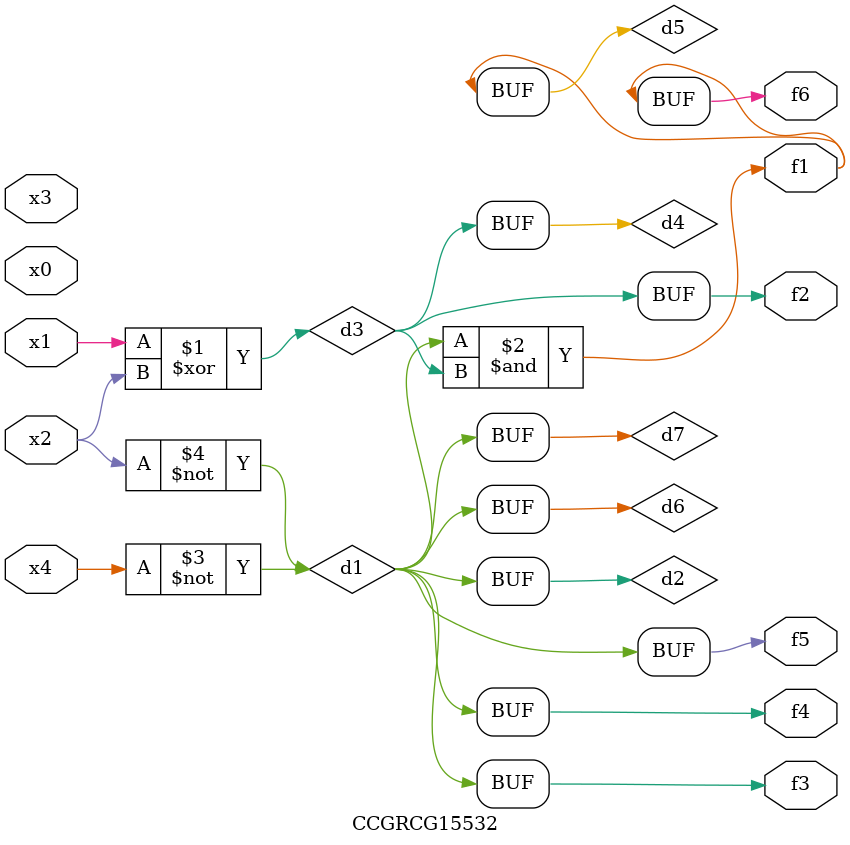
<source format=v>
module CCGRCG15532(
	input x0, x1, x2, x3, x4,
	output f1, f2, f3, f4, f5, f6
);

	wire d1, d2, d3, d4, d5, d6, d7;

	not (d1, x4);
	not (d2, x2);
	xor (d3, x1, x2);
	buf (d4, d3);
	and (d5, d1, d3);
	buf (d6, d1, d2);
	buf (d7, d2);
	assign f1 = d5;
	assign f2 = d4;
	assign f3 = d7;
	assign f4 = d7;
	assign f5 = d7;
	assign f6 = d5;
endmodule

</source>
